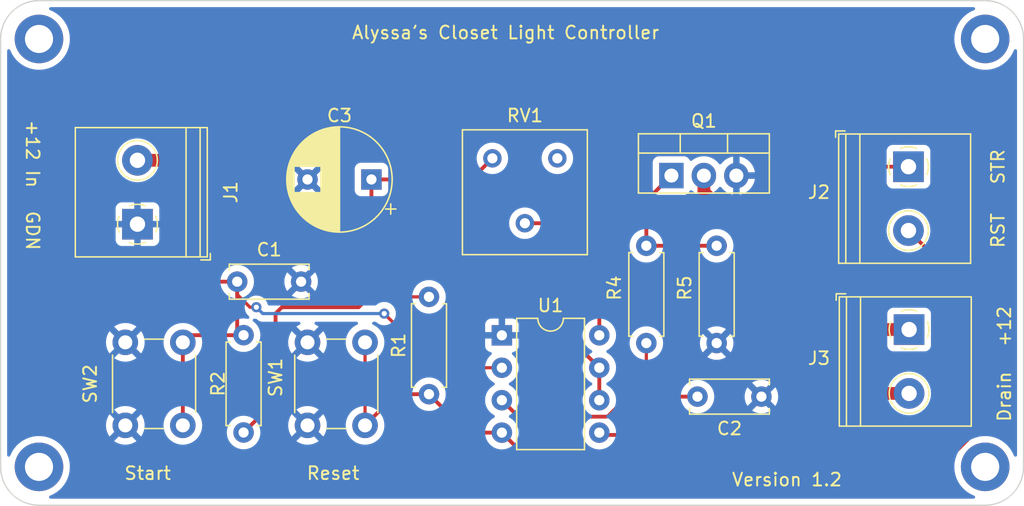
<source format=kicad_pcb>
(kicad_pcb (version 20211014) (generator pcbnew)
  (layers (0 "F.Cu" signal) (31 "B.Cu" signal) (34 "B.Paste" user) (35 "F.Paste" user) (36 "B.SilkS" user "B.Silkscreen") (37 "F.SilkS" user "F.Silkscreen") (38 "B.Mask" user) (39 "F.Mask" user) (44 "Edge.Cuts" user))
  (net 0 "")
  (net 1 "/START")
  (net 2 "GND")
  (net 3 "Net-(C2-Pad2)")
  (net 4 "/RST")
  (net 5 "+12V")
  (net 6 "Net-(R4-Pad2)")
  (net 7 "Net-(C3-Pad1)")
  (net 8 "/Drain")
  (net 9 "/Gate")
  (footprint "Button_Switch_THT:SW_PUSH_6mm" (layer "F.Cu") (at 39.75 55.25 90)
    (fp_text reference "SW2" (at 3.25 -2.75 90) (layer "F.SilkS"))
    (fp_text value "Start")
    (fp_line (start -0.25 1.5) (end -0.25 3) (layer "F.SilkS") (width 0.12))
    (fp_line (start 6.75 3) (end 6.75 1.5) (layer "F.SilkS") (width 0.12))
    (fp_line (start 5.5 -1) (end 1 -1) (layer "F.SilkS") (width 0.12))
    (fp_line (start 1 5.5) (end 5.5 5.5) (layer "F.SilkS") (width 0.12))
    (pad "1" thru_hole circle (at 0 0 180) (size 2 2) (drill 1.1) (layers *.Cu *.Mask) (net 2 "GND"))
    (pad "1" thru_hole circle (at 6.5 0 180) (size 2 2) (drill 1.1) (layers *.Cu *.Mask) (net 2 "GND"))
    (pad "2" thru_hole circle (at 6.5 4.5 180) (size 2 2) (drill 1.1) (layers *.Cu *.Mask) (net 1 "/START"))
    (pad "2" thru_hole circle (at 0 4.5 180) (size 2 2) (drill 1.1) (layers *.Cu *.Mask) (net 1 "/START"))
  )
  (footprint "TerminalBlock_Philmore:TerminalBlock_Philmore_TB132_1x02_P5.00mm_Horizontal" (layer "F.Cu") (at 40.7 39.5 90)
    (fp_text reference "J1" (at 2.5 7.3 90) (layer "F.SilkS"))
    (fp_text value "Power_In")
    (fp_line (start 7.56 -4.86) (end 7.56 5.46) (layer "F.SilkS") (width 0.12))
    (fp_line (start -2.56 4.9) (end 7.56 4.9) (layer "F.SilkS") (width 0.12))
    (fp_line (start -2.56 -4.86) (end -2.56 5.46) (layer "F.SilkS") (width 0.12))
    (fp_line (start -2.56 -4.86) (end 7.56 -4.86) (layer "F.SilkS") (width 0.12))
    (fp_line (start -2.8 4.96) (end -2.8 5.7) (layer "F.SilkS") (width 0.12))
    (fp_line (start -2.8 5.7) (end -2.3 5.7) (layer "F.SilkS") (width 0.12))
    (fp_line (start -2.56 5.46) (end 7.56 5.46) (layer "F.SilkS") (width 0.12))
    (fp_line (start -2.56 3.8) (end 7.56 3.8) (layer "F.SilkS") (width 0.12))
    (fp_arc (start -1.432109 0.607742) (mid -1.555727 -0.00014) (end -1.432 -0.608) (layer "F.SilkS") (width 0.12))
    (fp_arc (start -0.607742 -1.432109) (mid 0.00014 -1.555727) (end 0.608 -1.432) (layer "F.SilkS") (width 0.12))
    (fp_arc (start 0.027011 1.555493) (mid -0.296984 1.527118) (end -0.608 1.432) (layer "F.SilkS") (width 0.12))
    (fp_arc (start 0.607587 1.431385) (mid 0.310017 1.523783) (end 0 1.555) (layer "F.SilkS") (width 0.12))
    (fp_arc (start 1.432109 -0.607742) (mid 1.555727 0.00014) (end 1.432 0.608) (layer "F.SilkS") (width 0.12))
    (fp_circle (center 5 0) (end 6.555 0) (layer "F.SilkS") (width 0.12) (fill none))
    (pad "1" thru_hole rect (at 0 0 90) (size 2.4 2.4) (drill 1.2) (layers *.Cu *.Mask) (net 2 "GND"))
    (pad "2" thru_hole circle (at 5 0 90) (size 2.4 2.4) (drill 1.2) (layers *.Cu *.Mask) (net 5 "+12V"))
  )
  (footprint "Package_TO_SOT_THT:TO-220-3_Vertical" (layer "F.Cu") (at 82.46 35.695)
    (fp_text reference "Q1" (at 2.54 -4.27) (layer "F.SilkS"))
    (fp_text value "IRLB8721PBF")
    (fp_line (start -2.58 1.371) (end 7.66 1.371) (layer "F.SilkS") (width 0.12))
    (fp_line (start 0.69 -3.27) (end 0.69 -1.76) (layer "F.SilkS") (width 0.12))
    (fp_line (start -2.58 -3.27) (end 7.66 -3.27) (layer "F.SilkS") (width 0.12))
    (fp_line (start -2.58 -1.76) (end 7.66 -1.76) (layer "F.SilkS") (width 0.12))
    (fp_line (start -2.58 -3.27) (end -2.58 1.371) (layer "F.SilkS") (width 0.12))
    (fp_line (start 7.66 -3.27) (end 7.66 1.371) (layer "F.SilkS") (width 0.12))
    (fp_line (start 4.391 -3.27) (end 4.391 -1.76) (layer "F.SilkS") (width 0.12))
    (pad "1" thru_hole rect (at 0 0) (size 1.905 2) (drill 1.1) (layers *.Cu *.Mask) (net 9 "/Gate"))
    (pad "2" thru_hole oval (at 2.54 0) (size 1.905 2) (drill 1.1) (layers *.Cu *.Mask) (net 8 "/Drain"))
    (pad "3" thru_hole oval (at 5.08 0) (size 1.905 2) (drill 1.1) (layers *.Cu *.Mask) (net 2 "GND"))
  )
  (footprint "Package_DIP:DIP-8_W7.62mm" (layer "F.Cu") (at 69.2 48.2)
    (fp_text reference "U1" (at 3.81 -2.33) (layer "F.SilkS"))
    (fp_text value "NE555P" hide)
    (fp_line (start 1.16 -1.33) (end 1.16 8.95) (layer "F.SilkS") (width 0.12))
    (fp_line (start 6.46 8.95) (end 6.46 -1.33) (layer "F.SilkS") (width 0.12))
    (fp_line (start 6.46 -1.33) (end 4.81 -1.33) (layer "F.SilkS") (width 0.12))
    (fp_line (start 2.81 -1.33) (end 1.16 -1.33) (layer "F.SilkS") (width 0.12))
    (fp_line (start 1.16 8.95) (end 6.46 8.95) (layer "F.SilkS") (width 0.12))
    (fp_arc (start 4.81 -1.33) (mid 3.81 -0.33) (end 2.81 -1.33) (layer "F.SilkS") (width 0.12))
    (pad "1" thru_hole rect (at 0 0) (size 1.6 1.6) (drill 0.8) (layers *.Cu *.Mask) (net 2 "GND"))
    (pad "2" thru_hole oval (at 0 2.54) (size 1.6 1.6) (drill 0.8) (layers *.Cu *.Mask) (net 1 "/START"))
    (pad "3" thru_hole oval (at 0 5.08) (size 1.6 1.6) (drill 0.8) (layers *.Cu *.Mask) (net 6 "Net-(R4-Pad2)"))
    (pad "4" thru_hole oval (at 0 7.62) (size 1.6 1.6) (drill 0.8) (layers *.Cu *.Mask) (net 4 "/RST"))
    (pad "5" thru_hole oval (at 7.62 7.62) (size 1.6 1.6) (drill 0.8) (layers *.Cu *.Mask) (net 3 "Net-(C2-Pad2)"))
    (pad "6" thru_hole oval (at 7.62 5.08) (size 1.6 1.6) (drill 0.8) (layers *.Cu *.Mask) (net 7 "Net-(C3-Pad1)"))
    (pad "7" thru_hole oval (at 7.62 2.54) (size 1.6 1.6) (drill 0.8) (layers *.Cu *.Mask) (net 7 "Net-(C3-Pad1)"))
    (pad "8" thru_hole oval (at 7.62 0) (size 1.6 1.6) (drill 0.8) (layers *.Cu *.Mask) (net 5 "+12V"))
  )
  (footprint "Resistor_THT:R_Axial_DIN0207_L6.3mm_D2.5mm_P7.62mm_Horizontal" (layer "F.Cu") (at 86 48.81 90)
    (fp_text reference "R5" (at 4.31 -2.5 90) (layer "F.SilkS"))
    (fp_text value "10K")
    (fp_line (start 0.54 1.04) (end 0.54 1.37) (layer "F.SilkS") (width 0.12))
    (fp_line (start 7.08 -1.37) (end 7.08 -1.04) (layer "F.SilkS") (width 0.12))
    (fp_line (start 0.54 1.37) (end 7.08 1.37) (layer "F.SilkS") (width 0.12))
    (fp_line (start 0.54 -1.37) (end 7.08 -1.37) (layer "F.SilkS") (width 0.12))
    (fp_line (start 0.54 -1.04) (end 0.54 -1.37) (layer "F.SilkS") (width 0.12))
    (fp_line (start 7.08 1.37) (end 7.08 1.04) (layer "F.SilkS") (width 0.12))
    (pad "1" thru_hole circle (at 0 0 90) (size 1.6 1.6) (drill 0.8) (layers *.Cu *.Mask) (net 2 "GND"))
    (pad "2" thru_hole oval (at 7.62 0 90) (size 1.6 1.6) (drill 0.8) (layers *.Cu *.Mask) (net 9 "/Gate"))
  )
  (footprint "Capacitor_THT:C_Disc_D6.0mm_W2.5mm_P5.00mm" (layer "F.Cu") (at 89.5 53 180)
    (fp_text reference "C2" (at 2.5 -2.5) (layer "F.SilkS"))
    (fp_text value "100nF")
    (fp_line (start -0.62 -1.37) (end -0.62 -0.925) (layer "F.SilkS") (width 0.12))
    (fp_line (start -0.62 1.37) (end 5.62 1.37) (layer "F.SilkS") (width 0.12))
    (fp_line (start -0.62 -1.37) (end 5.62 -1.37) (layer "F.SilkS") (width 0.12))
    (fp_line (start 5.62 0.925) (end 5.62 1.37) (layer "F.SilkS") (width 0.12))
    (fp_line (start -0.62 0.925) (end -0.62 1.37) (layer "F.SilkS") (width 0.12))
    (fp_line (start 5.62 -1.37) (end 5.62 -0.925) (layer "F.SilkS") (width 0.12))
    (pad "1" thru_hole circle (at 0 0 180) (size 1.6 1.6) (drill 0.8) (layers *.Cu *.Mask) (net 2 "GND"))
    (pad "2" thru_hole circle (at 5 0 180) (size 1.6 1.6) (drill 0.8) (layers *.Cu *.Mask) (net 3 "Net-(C2-Pad2)"))
  )
  (footprint "TerminalBlock_Philmore:TerminalBlock_Philmore_TB132_1x02_P5.00mm_Horizontal" (layer "F.Cu") (at 101 35 -90)
    (fp_text reference "J2" (at 2 7 180) (layer "F.SilkS"))
    (fp_text value "RST/Start")
    (fp_line (start -2.56 -4.86) (end -2.56 5.46) (layer "F.SilkS") (width 0.12))
    (fp_line (start -2.56 3.8) (end 7.56 3.8) (layer "F.SilkS") (width 0.12))
    (fp_line (start -2.8 5.7) (end -2.3 5.7) (layer "F.SilkS") (width 0.12))
    (fp_line (start 7.56 -4.86) (end 7.56 5.46) (layer "F.SilkS") (width 0.12))
    (fp_line (start -2.8 4.96) (end -2.8 5.7) (layer "F.SilkS") (width 0.12))
    (fp_line (start -2.56 5.46) (end 7.56 5.46) (layer "F.SilkS") (width 0.12))
    (fp_line (start -2.56 4.9) (end 7.56 4.9) (layer "F.SilkS") (width 0.12))
    (fp_line (start -2.56 -4.86) (end 7.56 -4.86) (layer "F.SilkS") (width 0.12))
    (fp_arc (start 0.027011 1.555493) (mid -0.296984 1.527118) (end -0.608 1.432) (layer "F.SilkS") (width 0.12))
    (fp_arc (start 1.432109 -0.607742) (mid 1.555727 0.00014) (end 1.432 0.608) (layer "F.SilkS") (width 0.12))
    (fp_arc (start 0.607587 1.431385) (mid 0.310017 1.523783) (end 0 1.555) (layer "F.SilkS") (width 0.12))
    (fp_arc (start -1.432109 0.607742) (mid -1.555727 -0.00014) (end -1.432 -0.608) (layer "F.SilkS") (width 0.12))
    (fp_arc (start -0.607742 -1.432109) (mid 0.00014 -1.555727) (end 0.608 -1.432) (layer "F.SilkS") (width 0.12))
    (fp_circle (center 5 0) (end 6.555 0) (layer "F.SilkS") (width 0.12) (fill none))
    (pad "1" thru_hole rect (at 0 0 270) (size 2.4 2.4) (drill 1.2) (layers *.Cu *.Mask) (net 1 "/START"))
    (pad "2" thru_hole circle (at 5 0 270) (size 2.4 2.4) (drill 1.2) (layers *.Cu *.Mask) (net 4 "/RST"))
  )
  (footprint "MountingHole:MountingHole_2.2mm_M2_DIN965_Pad_TopBottom" (layer "F.Cu") (at 107 25)
    (fp_text reference "H3" hide)
    (fp_text value "MountingHole" hide)
    (pad "1" connect circle (at 0 0) (size 3.8 3.8) (layers "F.Cu" "F.Mask"))
    (pad "1" thru_hole circle (at 0 0) (size 2.6 2.6) (drill 2.2) (layers *.Cu *.Mask))
    (pad "1" connect circle (at 0 0) (size 3.8 3.8) (layers "B.Cu" "B.Mask"))
  )
  (footprint "MountingHole:MountingHole_2.2mm_M2_DIN965_Pad_TopBottom" (layer "F.Cu") (at 107 58.5)
    (fp_text reference "H1" hide)
    (fp_text value "MountingHole" hide)
    (pad "1" thru_hole circle (at 0 0) (size 2.6 2.6) (drill 2.2) (layers *.Cu *.Mask))
    (pad "1" connect circle (at 0 0) (size 3.8 3.8) (layers "F.Cu" "F.Mask"))
    (pad "1" connect circle (at 0 0) (size 3.8 3.8) (layers "B.Cu" "B.Mask"))
  )
  (footprint "Resistor_THT:R_Axial_DIN0207_L6.3mm_D2.5mm_P7.62mm_Horizontal" (layer "F.Cu") (at 49 48.19 -90)
    (fp_text reference "R2" (at 3.81 2 -90) (layer "F.SilkS"))
    (fp_text value "10K")
    (fp_line (start 0.54 -1.04) (end 0.54 -1.37) (layer "F.SilkS") (width 0.12))
    (fp_line (start 7.08 -1.37) (end 7.08 -1.04) (layer "F.SilkS") (width 0.12))
    (fp_line (start 0.54 1.04) (end 0.54 1.37) (layer "F.SilkS") (width 0.12))
    (fp_line (start 0.54 -1.37) (end 7.08 -1.37) (layer "F.SilkS") (width 0.12))
    (fp_line (start 0.54 1.37) (end 7.08 1.37) (layer "F.SilkS") (width 0.12))
    (fp_line (start 7.08 1.37) (end 7.08 1.04) (layer "F.SilkS") (width 0.12))
    (pad "1" thru_hole circle (at 0 0 270) (size 1.6 1.6) (drill 0.8) (layers *.Cu *.Mask) (net 1 "/START"))
    (pad "2" thru_hole oval (at 7.62 0 270) (size 1.6 1.6) (drill 0.8) (layers *.Cu *.Mask) (net 5 "+12V"))
  )
  (footprint "Capacitor_THT:C_Disc_D6.0mm_W2.5mm_P5.00mm" (layer "F.Cu") (at 48.5 44)
    (fp_text reference "C1" (at 2.5 -2.5) (layer "F.SilkS"))
    (fp_text value "100nF")
    (fp_line (start -0.62 -1.37) (end -0.62 -0.925) (layer "F.SilkS") (width 0.12))
    (fp_line (start -0.62 0.925) (end -0.62 1.37) (layer "F.SilkS") (width 0.12))
    (fp_line (start 5.62 -1.37) (end 5.62 -0.925) (layer "F.SilkS") (width 0.12))
    (fp_line (start -0.62 -1.37) (end 5.62 -1.37) (layer "F.SilkS") (width 0.12))
    (fp_line (start 5.62 0.925) (end 5.62 1.37) (layer "F.SilkS") (width 0.12))
    (fp_line (start -0.62 1.37) (end 5.62 1.37) (layer "F.SilkS") (width 0.12))
    (pad "1" thru_hole circle (at 0 0) (size 1.6 1.6) (drill 0.8) (layers *.Cu *.Mask) (net 1 "/START"))
    (pad "2" thru_hole circle (at 5 0) (size 1.6 1.6) (drill 0.8) (layers *.Cu *.Mask) (net 2 "GND"))
  )
  (footprint "Button_Switch_THT:SW_PUSH_6mm" (layer "F.Cu") (at 54 55.25 90)
    (fp_text reference "SW1" (at 3.75 -2.5 90) (layer "F.SilkS"))
    (fp_text value "RST")
    (fp_line (start 1 5.5) (end 5.5 5.5) (layer "F.SilkS") (width 0.12))
    (fp_line (start 5.5 -1) (end 1 -1) (layer "F.SilkS") (width 0.12))
    (fp_line (start -0.25 1.5) (end -0.25 3) (layer "F.SilkS") (width 0.12))
    (fp_line (start 6.75 3) (end 6.75 1.5) (layer "F.SilkS") (width 0.12))
    (pad "1" thru_hole circle (at 0 0 180) (size 2 2) (drill 1.1) (layers *.Cu *.Mask) (net 2 "GND"))
    (pad "1" thru_hole circle (at 6.5 0 180) (size 2 2) (drill 1.1) (layers *.Cu *.Mask) (net 2 "GND"))
    (pad "2" thru_hole circle (at 0 4.5 180) (size 2 2) (drill 1.1) (layers *.Cu *.Mask) (net 4 "/RST"))
    (pad "2" thru_hole circle (at 6.5 4.5 180) (size 2 2) (drill 1.1) (layers *.Cu *.Mask) (net 4 "/RST"))
  )
  (footprint "Potentiometer_THT:Potentiometer_Bourns_3386F_Vertical" (layer "F.Cu") (at 68.46 34.345 -90)
    (fp_text reference "RV1" (at -3.345 -2.54 180) (layer "F.SilkS"))
    (fp_text value "1M")
    (fp_line (start -2.23 -7.425) (end -2.23 2.345) (layer "F.SilkS") (width 0.12))
    (fp_line (start -2.23 2.345) (end 7.54 2.345) (layer "F.SilkS") (width 0.12))
    (fp_line (start 7.54 -7.425) (end 7.54 2.345) (layer "F.SilkS") (width 0.12))
    (fp_line (start -2.23 -7.425) (end 7.54 -7.425) (layer "F.SilkS") (width 0.12))
    (pad "1" thru_hole circle (at 0 0 270) (size 1.44 1.44) (drill 0.8) (layers *.Cu *.Mask) (net 7 "Net-(C3-Pad1)"))
    (pad "2" thru_hole circle (at 5.08 -2.54 270) (size 1.44 1.44) (drill 0.8) (layers *.Cu *.Mask) (net 5 "+12V"))
    (pad "3" thru_hole circle (at 0 -5.08 270) (size 1.44 1.44) (drill 0.8) (layers *.Cu *.Mask))
  )
  (footprint "MountingHole:MountingHole_2.2mm_M2_DIN965_Pad_TopBottom" (layer "F.Cu") (at 33 58.5)
    (fp_text reference "H4" hide)
    (fp_text value "MountingHole" hide)
    (pad "1" thru_hole circle (at 0 0) (size 2.6 2.6) (drill 2.2) (layers *.Cu *.Mask))
    (pad "1" connect circle (at 0 0) (size 3.8 3.8) (layers "F.Cu" "F.Mask"))
    (pad "1" connect circle (at 0 0) (size 3.8 3.8) (layers "B.Cu" "B.Mask"))
  )
  (footprint "Resistor_THT:R_Axial_DIN0207_L6.3mm_D2.5mm_P7.62mm_Horizontal" (layer "F.Cu") (at 80.5 41.19 -90)
    (fp_text reference "R4" (at 3.31 2.5 -90) (layer "F.SilkS"))
    (fp_text value "10K")
    (fp_line (start 0.54 1.04) (end 0.54 1.37) (layer "F.SilkS") (width 0.12))
    (fp_line (start 0.54 -1.04) (end 0.54 -1.37) (layer "F.SilkS") (width 0.12))
    (fp_line (start 0.54 -1.37) (end 7.08 -1.37) (layer "F.SilkS") (width 0.12))
    (fp_line (start 0.54 1.37) (end 7.08 1.37) (layer "F.SilkS") (width 0.12))
    (fp_line (start 7.08 -1.37) (end 7.08 -1.04) (layer "F.SilkS") (width 0.12))
    (fp_line (start 7.08 1.37) (end 7.08 1.04) (layer "F.SilkS") (width 0.12))
    (pad "1" thru_hole circle (at 0 0 270) (size 1.6 1.6) (drill 0.8) (layers *.Cu *.Mask) (net 9 "/Gate"))
    (pad "2" thru_hole oval (at 7.62 0 270) (size 1.6 1.6) (drill 0.8) (layers *.Cu *.Mask) (net 6 "Net-(R4-Pad2)"))
  )
  (footprint "Capacitor_THT:CP_Radial_D8.0mm_P5.00mm" (layer "F.Cu") (at 59 36 180)
    (fp_text reference "C3" (at 2.5 5 180) (layer "F.SilkS"))
    (fp_text value "470uF")
    (fp_line (start 5.821 1.04) (end 5.821 2.4) (layer "F.SilkS") (width 0.12))
    (fp_line (start 5.261 1.04) (end 5.261 3.019) (layer "F.SilkS") (width 0.12))
    (fp_line (start 5.221 1.04) (end 5.221 3.055) (layer "F.SilkS") (width 0.12))
    (fp_line (start 4.581 -3.517) (end 4.581 -1.04) (layer "F.SilkS") (width 0.12))
    (fp_line (start 2.98 -4.052) (end 2.98 4.052) (layer "F.SilkS") (width 0.12))
    (fp_line (start 3.901 -3.835) (end 3.901 3.835) (layer "F.SilkS") (width 0.12))
    (fp_line (start 5.021 1.04) (end 5.021 3.22) (layer "F.SilkS") (width 0.12))
    (fp_line (start 5.621 1.04) (end 5.621 2.651) (layer "F.SilkS") (width 0.12))
    (fp_line (start 5.941 1.04) (end 5.941 2.228) (layer "F.SilkS") (width 0.12))
    (fp_line (start 2.58 -4.08) (end 2.58 4.08) (layer "F.SilkS") (width 0.12))
    (fp_line (start 4.541 -3.54) (end 4.541 -1.04) (layer "F.SilkS") (width 0.12))
    (fp_line (start 3.941 -3.821) (end 3.941 3.821) (layer "F.SilkS") (width 0.12))
    (fp_line (start 5.341 1.04) (end 5.341 2.945) (layer "F.SilkS") (width 0.12))
    (fp_line (start 3.221 -4.017) (end 3.221 4.017) (layer "F.SilkS") (width 0.12))
    (fp_line (start 3.381 -3.985) (end 3.381 3.985) (layer "F.SilkS") (width 0.12))
    (fp_line (start 2.78 -4.071) (end 2.78 4.071) (layer "F.SilkS") (width 0.12))
    (fp_line (start 4.901 1.04) (end 4.901 3.309) (layer "F.SilkS") (width 0.12))
    (fp_line (start 4.101 -3.757) (end 4.101 -1.04) (layer "F.SilkS") (width 0.12))
    (fp_line (start 2.86 -4.065) (end 2.86 4.065) (layer "F.SilkS") (width 0.12))
    (fp_line (start 4.501 -3.562) (end 4.501 -1.04) (layer "F.SilkS") (width 0.12))
    (fp_line (start 2.66 -4.077) (end 2.66 4.077) (layer "F.SilkS") (width 0.12))
    (fp_line (start 4.821 -3.365) (end 4.821 -1.04) (layer "F.SilkS") (width 0.12))
    (fp_line (start 5.181 -3.09) (end 5.181 -1.04) (layer "F.SilkS") (width 0.12))
    (fp_line (start 5.341 -2.945) (end 5.341 -1.04) (layer "F.SilkS") (width 0.12))
    (fp_line (start 4.341 -3.647) (end 4.341 -1.04) (layer "F.SilkS") (width 0.12))
    (fp_line (start 4.101 1.04) (end 4.101 3.757) (layer "F.SilkS") (width 0.12))
    (fp_line (start 5.661 1.04) (end 5.661 2.604) (layer "F.SilkS") (width 0.12))
    (fp_line (start 4.941 1.04) (end 4.941 3.28) (layer "F.SilkS") (width 0.12))
    (fp_line (start 4.061 -3.774) (end 4.061 -1.04) (layer "F.SilkS") (width 0.12))
    (fp_line (start 6.581 -0.533) (end 6.581 0.533) (layer "F.SilkS") (width 0.12))
    (fp_line (start 3.981 -3.805) (end 3.981 -1.04) (layer "F.SilkS") (width 0.12))
    (fp_line (start 6.501 -0.948) (end 6.501 0.948) (layer "F.SilkS") (width 0.12))
    (fp_line (start 5.581 -2.697) (end 5.581 -1.04) (layer "F.SilkS") (width 0.12))
    (fp_line (start 5.061 -3.189) (end 5.061 -1.04) (layer "F.SilkS") (width 0.12))
    (fp_line (start 3.581 -3.936) (end 3.581 3.936) (layer "F.SilkS") (width 0.12))
    (fp_line (start 5.141 -3.124) (end 5.141 -1.04) (layer "F.SilkS") (width 0.12))
    (fp_line (start 5.541 1.04) (end 5.541 2.741) (layer "F.SilkS") (width 0.12))
    (fp_line (start 5.501 1.04) (end 5.501 2.784) (layer "F.SilkS") (width 0.12))
    (fp_line (start 4.781 1.04) (end 4.781 3.392) (layer "F.SilkS") (width 0.12))
    (fp_line (start 3.421 -3.976) (end 3.421 3.976) (layer "F.SilkS") (width 0.12))
    (fp_line (start 4.061 1.04) (end 4.061 3.774) (layer "F.SilkS") (width 0.12))
    (fp_line (start 4.621 1.04) (end 4.621 3.493) (layer "F.SilkS") (width 0.12))
    (fp_line (start 4.141 1.04) (end 4.141 3.74) (layer "F.SilkS") (width 0.12))
    (fp_line (start 4.461 1.04) (end 4.461 3.584) (layer "F.SilkS") (width 0.12))
    (fp_line (start 2.62 -4.079) (end 2.62 4.079) (layer "F.SilkS") (width 0.12))
    (fp_line (start 5.421 1.04) (end 5.421 2.867) (layer "F.SilkS") (width 0.12))
    (fp_line (start 5.901 -2.287) (end 5.901 -1.04) (layer "F.SilkS") (width 0.12))
    (fp_line (start 6.341 -1.453) (end 6.341 1.453) (layer "F.SilkS") (width 0.12))
    (fp_line (start 5.101 -3.156) (end 5.101 -1.04) (layer "F.SilkS") (width 0.12))
    (fp_line (start 4.581 1.04) (end 4.581 3.517) (layer "F.SilkS") (width 0.12))
    (fp_line (start 5.101 1.04) (end 5.101 3.156) (layer "F.SilkS") (width 0.12))
    (fp_line (start 5.781 -2.454) (end 5.781 -1.04) (layer "F.SilkS") (width 0.12))
    (fp_line (start 4.901 -3.309) (end 4.901 -1.04) (layer "F.SilkS") (width 0.12))
    (fp_line (start 5.301 -2.983) (end 5.301 -1.04) (layer "F.SilkS") (width 0.12))
    (fp_line (start 4.341 1.04) (end 4.341 3.647) (layer "F.SilkS") (width 0.12))
    (fp_line (start 5.501 -2.784) (end 5.501 -1.04) (layer "F.SilkS") (width 0.12))
    (fp_line (start 2.54 -4.08) (end 2.54 4.08) (layer "F.SilkS") (width 0.12))
    (fp_line (start 3.981 1.04) (end 3.981 3.805) (layer "F.SilkS") (width 0.12))
    (fp_line (start 5.221 -3.055) (end 5.221 -1.04) (layer "F.SilkS") (width 0.12))
    (fp_line (start 2.7 -4.076) (end 2.7 4.076) (layer "F.SilkS") (width 0.12))
    (fp_line (start 4.221 -3.704) (end 4.221 -1.04) (layer "F.SilkS") (width 0.12))
    (fp_line (start 3.14 -4.03) (end 3.14 4.03) (layer "F.SilkS") (width 0.12))
    (fp_line (start 5.381 1.04) (end 5.381 2.907) (layer "F.SilkS") (width 0.12))
    (fp_line (start 3.781 -3.877) (end 3.781 3.877) (layer "F.SilkS") (width 0.12))
    (fp_line (start 6.221 -1.731) (end 6.221 1.731) (layer "F.SilkS") (width 0.12))
    (fp_line (start 3.861 -3.85) (end 3.861 3.85) (layer "F.SilkS") (width 0.12))
    (fp_line (start 5.861 -2.345) (end 5.861 -1.04) (layer "F.SilkS") (width 0.12))
    (fp_line (start 2.82 -4.068) (end 2.82 4.068) (layer "F.SilkS") (width 0.12))
    (fp_line (start 6.381 -1.346) (end 6.381 1.346) (layer "F.SilkS") (width 0.12))
    (fp_line (start 5.741 -2.505) (end 5.741 -1.04) (layer "F.SilkS") (width 0.12))
    (fp_line (start 5.181 1.04) (end 5.181 3.09) (layer "F.SilkS") (width 0.12))
    (fp_line (start 4.421 1.04) (end 4.421 3.606) (layer "F.SilkS") (width 0.12))
    (fp_line (start 4.381 -3.627) (end 4.381 -1.04) (layer "F.SilkS") (width 0.12))
    (fp_line (start 4.821 1.04) (end 4.821 3.365) (layer "F.SilkS") (width 0.12))
    (fp_line (start 5.701 -2.556) (end 5.701 -1.04) (layer "F.SilkS") (width 0.12))
    (fp_line (start 6.181 -1.813) (end 6.181 1.813) (layer "F.SilkS") (width 0.12))
    (fp_line (start 3.821 -3.863) (end 3.821 3.863) (layer "F.SilkS") (width 0.12))
    (fp_line (start 6.021 -2.102) (end 6.021 -1.04) (layer "F.SilkS") (width 0.12))
    (fp_line (start 3.501 -3.957) (end 3.501 3.957) (layer "F.SilkS") (width 0.12))
    (fp_line (start 5.981 1.04) (end 5.981 2.166) (layer "F.SilkS") (width 0.12))
    (fp_line (start 3.701 -3.902) (end 3.701 3.902) (layer "F.SilkS") (width 0.12))
    (fp_line (start 4.261 -3.686) (end 4.261 -1.04) (layer "F.SilkS") (width 0.12))
    (fp_line (start 4.301 1.04) (end 4.301 3.666) (layer "F.SilkS") (width 0.12))
    (fp_line (start 3.06 -4.042) (end 3.06 4.042) (layer "F.SilkS") (width 0.12))
    (fp_line (start 4.661 -3.469) (end 4.661 -1.04) (layer "F.SilkS") (width 0.12))
    (fp_line (start 5.621 -2.651) (end 5.621 -1.04) (layer "F.SilkS") (width 0.12))
    (fp_line (start 4.541 1.04) (end 4.541 3.54) (layer "F.SilkS") (width 0.12))
    (fp_line (start 4.781 -3.392) (end 4.781 -1.04) (layer "F.SilkS") (width 0.12))
    (fp_line (start 6.421 -1.229) (end 6.421 1.229) (layer "F.SilkS") (width 0.12))
    (fp_line (start 3.301 -4.002) (end 3.301 4.002) (layer "F.SilkS") (width 0.12))
    (fp_line (start 5.381 -2.907) (end 5.381 -1.04) (layer "F.SilkS") (width 0.12))
    (fp_line (start 4.981 -3.25) (end 4.981 -1.04) (layer "F.SilkS") (width 0.12))
    (fp_line (start 4.381 1.04) (end 4.381 3.627) (layer "F.SilkS") (width 0.12))
    (fp_line (start 4.861 1.04) (end 4.861 3.338) (layer "F.SilkS") (width 0.12))
    (fp_line (start 5.821 -2.4) (end 5.821 -1.04) (layer "F.SilkS") (width 0.12))
    (fp_line (start 4.861 -3.338) (end 4.861 -1.04) (layer "F.SilkS") (width 0.12))
    (fp_line (start 5.461 1.04) (end 5.461 2.826) (layer "F.SilkS") (width 0.12))
    (fp_line (start 5.541 -2.741) (end 5.541 -1.04) (layer "F.SilkS") (width 0.12))
    (fp_line (start 3.621 -3.925) (end 3.621 3.925) (layer "F.SilkS") (width 0.12))
    (fp_line (start 4.421 -3.606) (end 4.421 -1.04) (layer "F.SilkS") (width 0.12))
    (fp_line (start 3.541 -3.947) (end 3.541 3.947) (layer "F.SilkS") (width 0.12))
    (fp_line (start 4.501 1.04) (end 4.501 3.562) (layer "F.SilkS") (width 0.12))
    (fp_line (start 3.461 -3.967) (end 3.461 3.967) (layer "F.SilkS") (width 0.12))
    (fp_line (start 3.341 -3.994) (end 3.341 3.994) (layer "F.SilkS") (width 0.12))
    (fp_line (start 5.061 1.04) (end 5.061 3.189) (layer "F.SilkS") (width 0.12))
    (fp_line (start 4.301 -3.666) (end 4.301 -1.04) (layer "F.SilkS") (width 0.12))
    (fp_line (start 4.701 -3.444) (end 4.701 -1.04) (layer "F.SilkS") (width 0.12))
    (fp_line (start 5.461 -2.826) (end 5.461 -1.04) (layer "F.SilkS") (width 0.12))
    (fp_line (start 4.261 1.04) (end 4.261 3.686) (layer "F.SilkS") (width 0.12))
    (fp_line (start 4.021 -3.79) (end 4.021 -1.04) (layer "F.SilkS") (width 0.12))
    (fp_line (start 5.421 -2.867) (end 5.421 -1.04) (layer "F.SilkS") (width 0.12))
    (fp_line (start 4.701 1.04) (end 4.701 3.444) (layer "F.SilkS") (width 0.12))
    (fp_line (start 6.541 -0.768) (end 6.541 0.768) (layer "F.SilkS") (width 0.12))
    (fp_line (start 5.861 1.04) (end 5.861 2.345) (layer "F.SilkS") (width 0.12))
    (fp_line (start 5.781 1.04) (end 5.781 2.454) (layer "F.SilkS") (width 0.12))
    (fp_line (start 4.941 -3.28) (end 4.941 -1.04) (layer "F.SilkS") (width 0.12))
    (fp_line (start 6.021 1.04) (end 6.021 2.102) (layer "F.SilkS") (width 0.12))
    (fp_line (start 4.181 1.04) (end 4.181 3.722) (layer "F.SilkS") (width 0.12))
    (fp_line (start 5.901 1.04) (end 5.901 2.287) (layer "F.SilkS") (width 0.12))
    (fp_line (start 3.1 -4.037) (end 3.1 4.037) (layer "F.SilkS") (width 0.12))
    (fp_line (start 5.701 1.04) (end 5.701 2.556) (layer "F.SilkS") (width 0.12))
    (fp_line (start 6.461 -1.098) (end 6.461 1.098) (layer "F.SilkS") (width 0.12))
    (fp_line (start 4.021 1.04) (end 4.021 3.79) (layer "F.SilkS") (width 0.12))
    (fp_line (start 6.061 -2.034) (end 6.061 2.034) (layer "F.SilkS") (width 0.12))
    (fp_line (start -1.509698 -2.715) (end -1.509698 -1.915) (layer "F.SilkS") (width 0.12))
    (fp_line (start 3.741 -3.889) (end 3.741 3.889) (layer "F.SilkS") (width 0.12))
    (fp_line (start 2.94 -4.057) (end 2.94 4.057) (layer "F.SilkS") (width 0.12))
    (fp_line (start 2.74 -4.074) (end 2.74 4.074) (layer "F.SilkS") (width 0.12))
    (fp_line (start 3.661 -3.914) (end 3.661 3.914) (layer "F.SilkS") (width 0.12))
    (fp_line (start 5.941 -2.228) (end 5.941 -1.04) (layer "F.SilkS") (width 0.12))
    (fp_line (start 5.981 -2.166) (end 5.981 -1.04) (layer "F.SilkS") (width 0.12))
    (fp_line (start 4.741 1.04) (end 4.741 3.418) (layer "F.SilkS") (width 0.12))
    (fp_line (start 4.181 -3.722) (end 4.181 -1.04) (layer "F.SilkS") (width 0.12))
    (fp_line (start 3.261 -4.01) (end 3.261 4.01) (layer "F.SilkS") (width 0.12))
    (fp_line (start 4.661 1.04) (end 4.661 3.469) (layer "F.SilkS") (width 0.12))
    (fp_line (start 5.741 1.04) (end 5.741 2.505) (layer "F.SilkS") (width 0.12))
    (fp_line (start 4.621 -3.493) (end 4.621 -1.04) (layer "F.SilkS") (width 0.12))
    (fp_line (start 4.981 1.04) (end 4.981 3.25) (layer "F.SilkS") (width 0.12))
    (fp_line (start 3.18 -4.024) (end 3.18 4.024) (layer "F.SilkS") (width 0.12))
    (fp_line (start 6.101 -1.964) (end 6.101 1.964) (layer "F.SilkS") (width 0.12))
    (fp_line (start 5.141 1.04) (end 5.141 3.124) (layer "F.SilkS") (width 0.12))
    (fp_line (start 2.5 -4.08) (end 2.5 4.08) (layer "F.SilkS") (width 0.12))
    (fp_line (start 5.021 -3.22) (end 5.021 -1.04) (layer "F.SilkS") (width 0.12))
    (fp_line (start 5.581 1.04) (end 5.581 2.697) (layer "F.SilkS") (width 0.12))
    (fp_line (start 6.301 -1.552) (end 6.301 1.552) (layer "F.SilkS") (width 0.12))
    (fp_line (start 5.301 1.04) (end 5.301 2.983) (layer "F.SilkS") (width 0.12))
    (fp_line (start 5.261 -3.019) (end 5.261 -1.04) (layer "F.SilkS") (width 0.12))
    (fp_line (start 3.02 -4.048) (end 3.02 4.048) (layer "F.SilkS") (width 0.12))
    (fp_line (start 5.661 -2.604) (end 5.661 -1.04) (layer "F.SilkS") (width 0.12))
    (fp_line (start 4.141 -3.74) (end 4.141 -1.04) (layer "F.SilkS") (width 0.12))
    (fp_line (start 4.741 -3.418) (end 4.741 -1.04) (layer "F.SilkS") (width 0.12))
    (fp_line (start 6.261 -1.645) (end 6.261 1.645) (layer "F.SilkS") (width 0.12))
    (fp_line (start 6.141 -1.89) (end 6.141 1.89) (layer "F.SilkS") (width 0.12))
    (fp_line (start 2.9 -4.061) (end 2.9 4.061) (layer "F.SilkS") (width 0.12))
    (fp_line (start -1.909698 -2.315) (end -1.109698 -2.315) (layer "F.SilkS") (width 0.12))
    (fp_line (start 4.461 -3.584) (end 4.461 -1.04) (layer "F.SilkS") (width 0.12))
    (fp_line (start 4.221 1.04) (end 4.221 3.704) (layer "F.SilkS") (width 0.12))
    (fp_circle (center 2.5 0) (end 6.62 0) (layer "F.SilkS") (width 0.12) (fill none))
    (pad "1" thru_hole rect (at 0 0 180) (size 1.6 1.6) (drill 0.8) (layers *.Cu *.Mask) (net 7 "Net-(C3-Pad1)"))
    (pad "2" thru_hole circle (at 5 0 180) (size 1.6 1.6) (drill 0.8) (layers *.Cu *.Mask) (net 2 "GND"))
  )
  (footprint "MountingHole:MountingHole_2.2mm_M2_DIN965_Pad_TopBottom" (layer "F.Cu") (at 33 25)
    (fp_text reference "H2" hide)
    (fp_text value "MountingHole" hide)
    (pad "1" thru_hole circle (at 0 0) (size 2.6 2.6) (drill 2.2) (layers *.Cu *.Mask))
    (pad "1" connect circle (at 0 0) (size 3.8 3.8) (layers "B.Cu" "B.Mask"))
    (pad "1" connect circle (at 0 0) (size 3.8 3.8) (layers "F.Cu" "F.Mask"))
  )
  (footprint "TerminalBlock_Philmore:TerminalBlock_Philmore_TB132_1x02_P5.00mm_Horizontal" (layer "F.Cu") (at 101.05 47.75 -90)
    (fp_text reference "J3" (at 2.25 7.05 180) (layer "F.SilkS"))
    (fp_text value "LEDs")
    (fp_line (start -2.56 -4.86) (end 7.56 -4.86) (layer "F.SilkS") (width 0.12))
    (fp_line (start -2.56 -4.86) (end -2.56 5.46) (layer "F.SilkS") (width 0.12))
    (fp_line (start -2.56 3.8) (end 7.56 3.8) (layer "F.SilkS") (width 0.12))
    (fp_line (start -2.8 4.96) (end -2.8 5.7) (layer "F.SilkS") (width 0.12))
    (fp_line (start -2.8 5.7) (end -2.3 5.7) (layer "F.SilkS") (width 0.12))
    (fp_line (start 7.56 -4.86) (end 7.56 5.46) (layer "F.SilkS") (width 0.12))
    (fp_line (start -2.56 4.9) (end 7.56 4.9) (layer "F.SilkS") (width 0.12))
    (fp_line (start -2.56 5.46) (end 7.56 5.46) (layer "F.SilkS") (width 0.12))
    (fp_arc (start 1.432109 -0.607742) (mid 1.555727 0.00014) (end 1.432 0.608) (layer "F.SilkS") (width 0.12))
    (fp_arc (start -1.432109 0.607742) (mid -1.555727 -0.00014) (end -1.432 -0.608) (layer "F.SilkS") (width 0.12))
    (fp_arc (start 0.607587 1.431385) (mid 0.310017 1.523783) (end 0 1.555) (layer "F.SilkS") (width 0.12))
    (fp_arc (start -0.607742 -1.432109) (mid 0.00014 -1.555727) (end 0.608 -1.432) (layer "F.SilkS") (width 0.12))
    (fp_arc (start 0.027011 1.555493) (mid -0.296984 1.527118) (end -0.608 1.432) (layer "F.SilkS") (width 0.12))
    (fp_circle (center 5 0) (end 6.555 0) (layer "F.SilkS") (width 0.12) (fill none))
    (pad "1" thru_hole rect (at 0 0 270) (size 2.4 2.4) (drill 1.2) (layers *.Cu *.Mask) (net 5 "+12V"))
    (pad "2" thru_hole circle (at 5 0 270) (size 2.4 2.4) (drill 1.2) (layers *.Cu *.Mask) (net 8 "/Drain"))
  )
  (footprint "Resistor_THT:R_Axial_DIN0207_L6.3mm_D2.5mm_P7.62mm_Horizontal" (layer "F.Cu") (at 63.5 52.81 90)
    (fp_text reference "R1" (at 3.81 -2.37 90) (layer "F.SilkS"))
    (fp_text value "10K")
    (fp_line (start 0.54 1.04) (end 0.54 1.37) (layer "F.SilkS") (width 0.12))
    (fp_line (start 0.54 -1.37) (end 7.08 -1.37) (layer "F.SilkS") (width 0.12))
    (fp_line (start 7.08 -1.37) (end 7.08 -1.04) (layer "F.SilkS") (width 0.12))
    (fp_line (start 0.54 -1.04) (end 0.54 -1.37) (layer "F.SilkS") (width 0.12))
    (fp_line (start 0.54 1.37) (end 7.08 1.37) (layer "F.SilkS") (width 0.12))
    (fp_line (start 7.08 1.37) (end 7.08 1.04) (layer "F.SilkS") (width 0.12))
    (pad "1" thru_hole circle (at 0 0 90) (size 1.6 1.6) (drill 0.8) (layers *.Cu *.Mask) (net 4 "/RST"))
    (pad "2" thru_hole oval (at 7.62 0 90) (size 1.6 1.6) (drill 0.8) (layers *.Cu *.Mask) (net 5 "+12V"))
  )
  (gr_arc (start 110 58.5) (mid 109.12132 60.62132) (end 107 61.5) (layer "Edge.Cuts") (width 0.1))
  (gr_arc (start 30 25) (mid 30.87868 22.87868) (end 33 22) (layer "Edge.Cuts") (width 0.1))
  (gr_line (start 30 25) (end 30 58.5) (layer "Edge.Cuts") (width 0.1))
  (gr_line (start 107 61.5) (end 33 61.5) (layer "Edge.Cuts") (width 0.1))
  (gr_line (start 110 25) (end 110 58.5) (layer "Edge.Cuts") (width 0.1))
  (gr_arc (start 33 61.5) (mid 30.87868 60.62132) (end 30 58.5) (layer "Edge.Cuts") (width 0.1))
  (gr_line (start 107 22) (end 33 22) (layer "Edge.Cuts") (width 0.1))
  (gr_arc (start 107 22) (mid 109.12132 22.87868) (end 110 25) (layer "Edge.Cuts") (width 0.1))
  (gr_text "+12 In" (at 32.5 34 270) (layer "F.SilkS") (effects (font (size 1 1))))
  (gr_text "Alyssa's Closet Light Controller" (at 69.5 24.5) (layer "F.SilkS") (effects (font (size 1 1))))
  (gr_text "Version 1.2" (at 91.5 59.5) (layer "F.SilkS") (effects (font (size 1 1))))
  (gr_text "+12" (at 108.5 47.5 90) (layer "F.SilkS") (effects (font (size 1 1))))
  (gr_text "GDN" (at 32.5 40 270) (layer "F.SilkS") (effects (font (size 1 1))))
  (gr_text "RST" (at 108 40 90) (layer "F.SilkS") (effects (font (size 1 1))))
  (gr_text "Start" (at 41.5 59) (layer "F.SilkS") (effects (font (size 1 1))))
  (gr_text "STR" (at 108 35 90) (layer "F.SilkS") (effects (font (size 1 1))))
  (gr_text "Drain" (at 108.5 53 90) (layer "F.SilkS") (effects (font (size 1 1))))
  (gr_text "Reset" (at 56 59) (layer "F.SilkS") (effects (font (size 1 1))))
  (segment (start 96 35) (end 101 35) (width 0.3) (layer "F.Cu") (net 1))
  (segment (start 48.5 44) (end 48.5 45) (width 0.3) (layer "F.Cu") (net 1))
  (segment (start 69.2 50.74) (end 64.24 50.74) (width 0.25) (layer "F.Cu") (net 1))
  (segment (start 48.5 44) (end 36 44) (width 0.3) (layer "F.Cu") (net 1))
  (segment (start 87 26) (end 96 35) (width 0.3) (layer "F.Cu") (net 1))
  (segment (start 34 32) (end 36 30) (width 0.3) (layer "F.Cu") (net 1))
  (segment (start 49.5 46) (end 48.5 45) (width 0.25) (layer "F.Cu") (net 1))
  (segment (start 48.5 47.69) (end 49 48.19) (width 0.3) (layer "F.Cu") (net 1))
  (segment (start 64.24 50.74) (end 60 46.5) (width 0.25) (layer "F.Cu") (net 1))
  (segment (start 36 44) (end 34 42) (width 0.3) (layer "F.Cu") (net 1))
  (segment (start 44.25 48.75) (end 44.25 55.25) (width 0.3) (layer "F.Cu") (net 1))
  (segment (start 50 46) (end 49.5 46) (width 0.25) (layer "F.Cu") (net 1))
  (segment (start 36 30) (end 38 30) (width 0.3) (layer "F.Cu") (net 1))
  (segment (start 42 26) (end 87 26) (width 0.3) (layer "F.Cu") (net 1))
  (segment (start 49 48.19) (end 44.81 48.19) (width 0.3) (layer "F.Cu") (net 1))
  (segment (start 48.5 45) (end 48.5 47.69) (width 0.3) (layer "F.Cu") (net 1))
  (segment (start 38 30) (end 42 26) (width 0.3) (layer "F.Cu") (net 1))
  (segment (start 44.81 48.19) (end 44.25 48.75) (width 0.3) (layer "F.Cu") (net 1))
  (segment (start 34 42) (end 34 32) (width 0.3) (layer "F.Cu") (net 1))
  (via (at 50 46) (size 0.8) (drill 0.4) (layers "F.Cu" "B.Cu") (net 1))
  (via (at 60 46.5) (size 0.8) (drill 0.4) (layers "F.Cu" "B.Cu") (net 1))
  (segment (start 50.5 46.5) (end 50 46) (width 0.25) (layer "B.Cu") (net 1))
  (segment (start 60 46.5) (end 50.5 46.5) (width 0.25) (layer "B.Cu") (net 1))
  (segment (start 84.5 53) (end 83 53) (width 0.3) (layer "F.Cu") (net 3))
  (segment (start 77 56) (end 76.82 55.82) (width 0.3) (layer "F.Cu") (net 3))
  (segment (start 80 56) (end 77 56) (width 0.3) (layer "F.Cu") (net 3))
  (segment (start 83 53) (end 80 56) (width 0.3) (layer "F.Cu") (net 3))
  (segment (start 107 55) (end 104 58) (width 0.3) (layer "F.Cu") (net 4))
  (segment (start 60.94 52.81) (end 58.5 55.25) (width 0.3) (layer "F.Cu") (net 4))
  (segment (start 63.5 52.81) (end 60.94 52.81) (width 0.3) (layer "F.Cu") (net 4))
  (segment (start 104 58) (end 71 58) (width 0.3) (layer "F.Cu") (net 4))
  (segment (start 71 58) (end 71 57.62) (width 0.3) (layer "F.Cu") (net 4))
  (segment (start 66.51 55.82) (end 63.5 52.81) (width 0.3) (layer "F.Cu") (net 4))
  (segment (start 71 57.62) (end 69.2 55.82) (width 0.3) (layer "F.Cu") (net 4))
  (segment (start 107 46) (end 107 55) (width 0.3) (layer "F.Cu") (net 4))
  (segment (start 101 40) (end 107 46) (width 0.3) (layer "F.Cu") (net 4))
  (segment (start 69.2 55.82) (end 66.51 55.82) (width 0.3) (layer "F.Cu") (net 4))
  (segment (start 58.5 48.75) (end 58.5 55.25) (width 0.25) (layer "F.Cu") (net 4))
  (segment (start 76.82 40.82) (end 76.82 28.18) (width 0.3) (layer "F.Cu") (net 5))
  (segment (start 76.82 28.18) (end 77 28) (width 0.3) (layer "F.Cu") (net 5))
  (segment (start 45.5 34.5) (end 52 28) (width 1) (layer "F.Cu") (net 5))
  (segment (start 63.5 45.19) (end 59.19 45.19) (width 0.25) (layer "F.Cu") (net 5))
  (segment (start 52 46) (end 58 46) (width 0.3) (layer "F.Cu") (net 5))
  (segment (start 75.425 39.425) (end 71 39.425) (width 0.3) (layer "F.Cu") (net 5))
  (segment (start 52 46) (end 51.5 46.5) (width 0.3) (layer "F.Cu") (net 5))
  (segment (start 52 28) (end 77 28) (width 1) (layer "F.Cu") (net 5))
  (segment (start 52 41) (end 45.5 34.5) (width 0.3) (layer "F.Cu") (net 5))
  (segment (start 50.81 54) (end 49 55.81) (width 0.3) (layer "F.Cu") (net 5))
  (segment (start 76.82 40.82) (end 75.425 39.425) (width 0.3) (layer "F.Cu") (net 5))
  (segment (start 86 28) (end 93 35) (width 1) (layer "F.Cu") (net 5))
  (segment (start 58 46) (end 59 45) (width 0.3) (layer "F.Cu") (net 5))
  (segment (start 59 45) (end 55 41) (width 0.3) (layer "F.Cu") (net 5))
  (segment (start 93 35) (end 93 45) (width 1) (layer "F.Cu") (net 5))
  (segment (start 51.5 46.5) (end 51.5 54) (width 0.3) (layer "F.Cu") (net 5))
  (segment (start 59.19 45.19) (end 59 45) (width 0.25) (layer "F.Cu") (net 5))
  (segment (start 40.7 34.5) (end 45.5 34.5) (width 1) (layer "F.Cu") (net 5))
  (segment (start 95.75 47.75) (end 101.05 47.75) (width 1) (layer "F.Cu") (net 5))
  (segment (start 93 45) (end 95.75 47.75) (width 1) (layer "F.Cu") (net 5))
  (segment (start 76.82 48.2) (end 76.82 40.82) (width 0.3) (layer "F.Cu") (net 5))
  (segment (start 77 28) (end 86 28) (width 1) (layer "F.Cu") (net 5))
  (segment (start 55 41) (end 52 41) (width 0.3) (layer "F.Cu") (net 5))
  (segment (start 51.5 54) (end 50.81 54) (width 0.3) (layer "F.Cu") (net 5))
  (segment (start 80.5 48.81) (end 80.5 51.5) (width 0.25) (layer "F.Cu") (net 6))
  (segment (start 70.49 54.57) (end 69.2 53.28) (width 0.3) (layer "F.Cu") (net 6))
  (segment (start 77.337767 54.57) (end 76.93 54.57) (width 0.3) (layer "F.Cu") (net 6))
  (segment (start 80.5 51.5) (end 77.43 54.57) (width 0.25) (layer "F.Cu") (net 6))
  (segment (start 77.43 54.57) (end 76.93 54.57) (width 0.25) (layer "F.Cu") (net 6))
  (segment (start 76.93 54.57) (end 70.49 54.57) (width 0.3) (layer "F.Cu") (net 6))
  (segment (start 59 39) (end 59 36) (width 0.3) (layer "F.Cu") (net 7))
  (segment (start 60 36) (end 66.805 36) (width 0.3) (layer "F.Cu") (net 7))
  (segment (start 63 43) (end 59 39) (width 0.3) (layer "F.Cu") (net 7))
  (segment (start 59 36) (end 60 36) (width 0.3) (layer "F.Cu") (net 7))
  (segment (start 73 43) (end 63 43) (width 0.3) (layer "F.Cu") (net 7))
  (segment (start 76.82 50.74) (end 75 48.92) (width 0.3) (layer "F.Cu") (net 7))
  (segment (start 66.805 36) (end 68.46 34.345) (width 0.3) (layer "F.Cu") (net 7))
  (segment (start 76.82 50.74) (end 76.82 53.28) (width 0.3) (layer "F.Cu") (net 7))
  (segment (start 75 48.92) (end 75 45) (width 0.3) (layer "F.Cu") (net 7))
  (segment (start 75 45) (end 73 43) (width 0.3) (layer "F.Cu") (net 7))
  (segment (start 85 35.695) (end 85 37) (width 1) (layer "F.Cu") (net 8))
  (segment (start 85 37) (end 87 39) (width 1) (layer "F.Cu") (net 8))
  (segment (start 90 39) (end 90 46) (width 1) (layer "F.Cu") (net 8))
  (segment (start 96.75 52.75) (end 101.05 52.75) (width 1) (layer "F.Cu") (net 8))
  (segment (start 90 46) (end 96.75 52.75) (width 1) (layer "F.Cu") (net 8))
  (segment (start 87 39) (end 90 39) (width 1) (layer "F.Cu") (net 8))
  (segment (start 80.5 37.655) (end 82.46 35.695) (width 0.3) (layer "F.Cu") (net 9))
  (segment (start 80.5 41.19) (end 86 41.19) (width 0.3) (layer "F.Cu") (net 9))
  (segment (start 80.5 41.19) (end 80.5 37.655) (width 0.3) (layer "F.Cu") (net 9))
  (zone (net 2) (net_name "GND") (layer "B.Cu") (connect_pads (clearance 0.508)) (min_thickness 0.254) (fill yes (thermal_gap 0.508) (thermal_bridge_width 0.508))
    (polygon (pts (xy 110 61.5) (xy 30 61.5) (xy 30 22) (xy 110 22)))
  )
)
</source>
